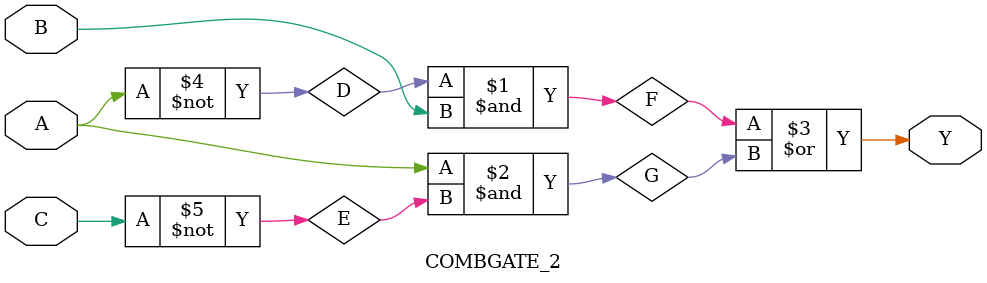
<source format=sv>
module COMBGATE_2(
	input logic A, B, C, 
	output logic Y);
	
 	 logic D, E, F, G;

	not (D, A);
	and (F, D, B);
	not (E, C);
	and (G, A, E);
	or (Y, F, G);
endmodule


</source>
